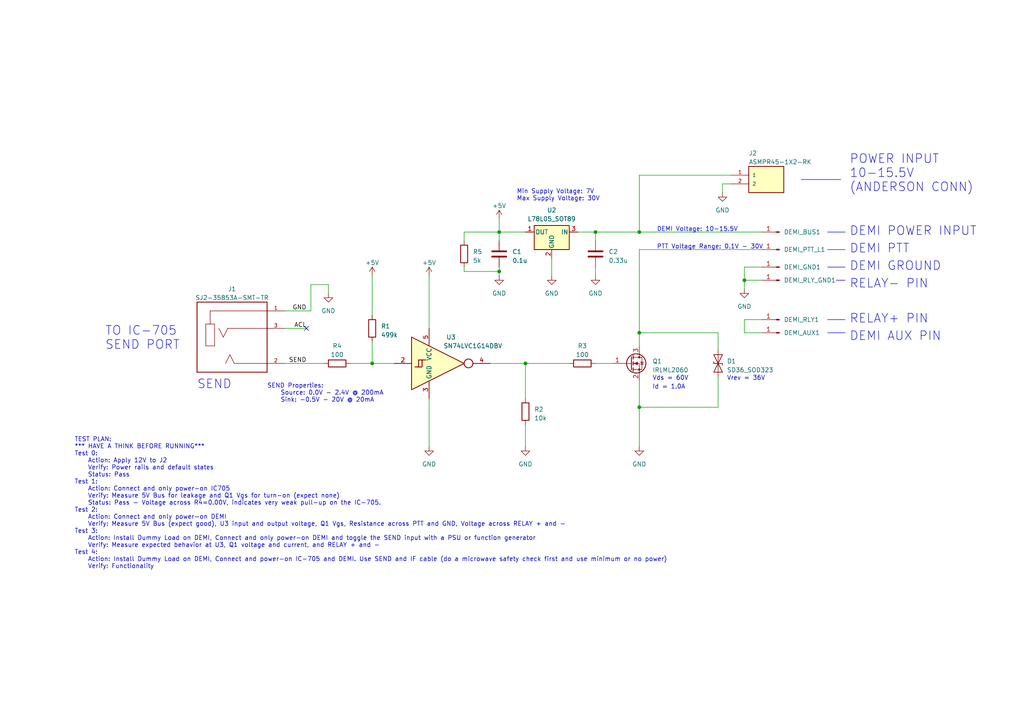
<source format=kicad_sch>
(kicad_sch (version 20230121) (generator eeschema)
  (paper "A4")
  (lib_symbols
    (symbol "74xGxx:SN74LVC1G14DBV"
      (property "Reference" "U" (at -5.08 10.16 0))
      (property "Value" "SN74LVC1G14DBV" (at 20.32 10.16 0))
      (symbol "SN74LVC1G14DBV_0_1"
        (polyline (pts (xy -2.032 1.016) (xy -1.016 1.016)) (stroke (width 0.254)) (fill (type background)))
        (polyline (pts (xy -5.08 7.62) (xy -5.08 -7.62) (xy 10.16 0) (xy -5.08 7.62)) (stroke (width 0.254)) (fill (type background)))
        (polyline (pts (xy -3.048 -1.016) (xy -3.048 1.016) (xy -2.032 1.016) (xy -2.032 -1.016) (xy -4.064 -1.016)) (stroke (width 0.254)) (fill (type background)))
        (circle (center 11.43 0) (radius 1.27) (stroke (width 0.254)))
      )
      (symbol "SN74LVC1G14DBV_1_1"
        (pin no_connect line (at 10.16 0 180) (length 5.08) hide (name "NC") (number "1"))
        (pin input line (at -10.16 0 0) (length 5.08) (name "~") (number "2"))
        (pin power_in line (at 0 -10.16 90) (length 5.08) (name "GND") (number "3"))
        (pin output line (at 17.78 0 180) (length 5.08) (name "~") (number "4"))
        (pin power_in line (at 0 10.16 270) (length 5.08) (name "VCC") (number "5"))
      )
    )
    (symbol "Anderson:ASMPR45-1X2-RK" (pin_names (offset 1.016))
      (property "Reference" "J" (at -5.08 3.302 0))
      (property "Value" "ASMPR45-1X2-RK" (at -5.08 -7.62 0))
      (symbol "ASMPR45-1X2-RK_0_0"
        (rectangle (start -5.08 -5.08) (end 5.08 2.54) (stroke (width 0.254)) (fill (type background)))
        (pin passive line (at -10.16 0 0) (length 5.08) (name "1") (number "1"))
        (pin passive line (at -10.16 -2.54 0) (length 5.08) (name "2") (number "2"))
      )
    )
    (symbol "Audio Conn:SJ2-35853A-SMT-TR" (pin_names (offset 1.016) hide)
      (property "Reference" "J" (at -10.16 10.16 0))
      (property "Value" "SJ2-35853A-SMT-TR" (at -10.16 -12.7 0))
      (symbol "SJ2-35853A-SMT-TR_0_0"
        (polyline (pts (xy -10.16 -10.16) (xy -10.16 10.16)) (stroke (width 0.254)))
        (polyline (pts (xy -10.16 10.16) (xy 10.16 10.16)) (stroke (width 0.254)))
        (polyline (pts (xy -7.62 -2.54) (xy -5.08 -2.54)) (stroke (width 0.1524)))
        (polyline (pts (xy -7.62 3.81) (xy -7.62 -2.54)) (stroke (width 0.1524)))
        (polyline (pts (xy -6.35 3.81) (xy -7.62 3.81)) (stroke (width 0.1524)))
        (polyline (pts (xy -6.35 7.62) (xy -6.35 3.81)) (stroke (width 0.1524)))
        (polyline (pts (xy -5.08 -2.54) (xy -5.08 3.81)) (stroke (width 0.1524)))
        (polyline (pts (xy -5.08 3.81) (xy -6.35 3.81)) (stroke (width 0.1524)))
        (polyline (pts (xy -2.54 0) (xy -3.81 2.54)) (stroke (width 0.1524)))
        (polyline (pts (xy -1.27 2.54) (xy -2.54 0)) (stroke (width 0.1524)))
        (polyline (pts (xy -0.635 -5.08) (xy -1.905 -7.62)) (stroke (width 0.1524)))
        (polyline (pts (xy 0.635 -7.62) (xy -0.635 -5.08)) (stroke (width 0.1524)))
        (polyline (pts (xy 10.16 -10.16) (xy -10.16 -10.16)) (stroke (width 0.254)))
        (polyline (pts (xy 10.16 -7.62) (xy 0.635 -7.62)) (stroke (width 0.1524)))
        (polyline (pts (xy 10.16 -7.62) (xy 10.16 -10.16)) (stroke (width 0.254)))
        (polyline (pts (xy 10.16 2.54) (xy -1.27 2.54)) (stroke (width 0.1524)))
        (polyline (pts (xy 10.16 2.54) (xy 10.16 -7.62)) (stroke (width 0.254)))
        (polyline (pts (xy 10.16 7.62) (xy -6.35 7.62)) (stroke (width 0.1524)))
        (polyline (pts (xy 10.16 7.62) (xy 10.16 2.54)) (stroke (width 0.254)))
        (polyline (pts (xy 10.16 10.16) (xy 10.16 7.62)) (stroke (width 0.254)))
        (pin passive line (at 15.24 7.62 180) (length 5.08) (name "~") (number "1"))
        (pin passive line (at 15.24 -7.62 180) (length 5.08) (name "~") (number "2"))
        (pin passive line (at 15.24 2.54 180) (length 5.08) (name "~") (number "3"))
      )
    )
    (symbol "Connector:Conn_01x01_Pin" (pin_names (offset 1.016) hide)
      (property "Reference" "J" (at 0 2.54 0))
      (property "Value" "Conn_01x01_Pin" (at 0 -2.54 0))
      (symbol "Conn_01x01_Pin_1_1"
        (polyline (pts (xy 1.27 0) (xy 0.8636 0)) (stroke (width 0.1524)))
        (rectangle (start 0.8636 0.127) (end 0 -0.127) (stroke (width 0.1524)) (fill (type outline)))
        (pin passive line (at 5.08 0 180) (length 3.81) (name "Pin_1") (number "1"))
      )
    )
    (symbol "Device:C" (pin_numbers hide) (pin_names (offset 0.254))
      (property "Reference" "C" (at 0.635 2.54 0))
      (property "Value" "C" (at 0.635 -2.54 0))
      (symbol "C_0_1"
        (polyline (pts (xy -2.032 -0.762) (xy 2.032 -0.762)) (stroke (width 0.508)))
        (polyline (pts (xy -2.032 0.762) (xy 2.032 0.762)) (stroke (width 0.508)))
      )
      (symbol "C_1_1"
        (pin passive line (at 0 3.81 270) (length 2.794) (name "~") (number "1"))
        (pin passive line (at 0 -3.81 90) (length 2.794) (name "~") (number "2"))
      )
    )
    (symbol "Device:R" (pin_numbers hide) (pin_names (offset 0))
      (property "Reference" "R" (at 2.032 0 90))
      (property "Value" "R" (at 0 0 90))
      (symbol "R_0_1"
        (rectangle (start -1.016 -2.54) (end 1.016 2.54) (stroke (width 0.254)))
      )
      (symbol "R_1_1"
        (pin passive line (at 0 3.81 270) (length 1.27) (name "~") (number "1"))
        (pin passive line (at 0 -3.81 90) (length 1.27) (name "~") (number "2"))
      )
    )
    (symbol "Diode:SD36_SOD323" (pin_numbers hide) (pin_names (offset 1.016) hide)
      (property "Reference" "D" (at 0 2.54 0))
      (property "Value" "SD36_SOD323" (at 0 -2.54 0))
      (symbol "SD36_SOD323_0_1"
        (polyline (pts (xy 1.27 0) (xy -1.27 0)))
        (polyline (pts (xy -2.54 -1.27) (xy 0 0) (xy -2.54 1.27) (xy -2.54 -1.27)) (stroke (width 0.2032)))
        (polyline (pts (xy 0.508 1.27) (xy 0 1.27) (xy 0 -1.27) (xy -0.508 -1.27)) (stroke (width 0.2032)))
        (polyline (pts (xy 2.54 1.27) (xy 2.54 -1.27) (xy 0 0) (xy 2.54 1.27)) (stroke (width 0.2032)))
      )
      (symbol "SD36_SOD323_1_1"
        (pin passive line (at -3.81 0 0) (length 2.54) (name "A1") (number "1"))
        (pin passive line (at 3.81 0 180) (length 2.54) (name "A2") (number "2"))
      )
    )
    (symbol "Regulator_Linear:L78L05_SOT89" (pin_names (offset 0.254))
      (property "Reference" "U" (at -3.81 3.175 0))
      (property "Value" "L78L05_SOT89" (at -0.635 3.175 0))
      (symbol "L78L05_SOT89_0_1"
        (rectangle (start -5.08 1.905) (end 5.08 -5.08) (stroke (width 0.254)) (fill (type background)))
      )
      (symbol "L78L05_SOT89_1_1"
        (pin power_out line (at 7.62 0 180) (length 2.54) (name "OUT") (number "1"))
        (pin power_in line (at 0 -7.62 90) (length 2.54) (name "GND") (number "2"))
        (pin power_in line (at -7.62 0 0) (length 2.54) (name "IN") (number "3"))
      )
    )
    (symbol "Transistor_FET:IRLML2060" (pin_names hide)
      (property "Reference" "Q" (at 5.08 1.905 0))
      (property "Value" "IRLML2060" (at 5.08 0 0))
      (symbol "IRLML2060_0_1"
        (polyline (pts (xy 0.254 0) (xy -2.54 0)))
        (polyline (pts (xy 0.254 1.905) (xy 0.254 -1.905)) (stroke (width 0.254)))
        (polyline (pts (xy 0.762 -1.27) (xy 0.762 -2.286)) (stroke (width 0.254)))
        (polyline (pts (xy 0.762 0.508) (xy 0.762 -0.508)) (stroke (width 0.254)))
        (polyline (pts (xy 0.762 2.286) (xy 0.762 1.27)) (stroke (width 0.254)))
        (polyline (pts (xy 2.54 2.54) (xy 2.54 1.778)))
        (polyline (pts (xy 2.54 -2.54) (xy 2.54 0) (xy 0.762 0)))
        (polyline (pts (xy 0.762 -1.778) (xy 3.302 -1.778) (xy 3.302 1.778) (xy 0.762 1.778)))
        (polyline (pts (xy 1.016 0) (xy 2.032 0.381) (xy 2.032 -0.381) (xy 1.016 0)) (fill (type outline)))
        (polyline (pts (xy 2.794 0.508) (xy 2.921 0.381) (xy 3.683 0.381) (xy 3.81 0.254)))
        (polyline (pts (xy 3.302 0.381) (xy 2.921 -0.254) (xy 3.683 -0.254) (xy 3.302 0.381)))
        (circle (center 1.651 0) (radius 2.794) (stroke (width 0.254)))
        (circle (center 2.54 -1.778) (radius 0.254) (fill (type outline)))
        (circle (center 2.54 1.778) (radius 0.254) (fill (type outline)))
      )
      (symbol "IRLML2060_1_1"
        (pin input line (at -5.08 0 0) (length 2.54) (name "G") (number "1"))
        (pin passive line (at 2.54 -5.08 90) (length 2.54) (name "S") (number "2"))
        (pin passive line (at 2.54 5.08 270) (length 2.54) (name "D") (number "3"))
      )
    )
    (symbol "power:+5V" (power) (pin_names (offset 0))
      (property "Value" "+5V" (at 0 3.556 0))
      (symbol "+5V_0_1"
        (polyline (pts (xy -0.762 1.27) (xy 0 2.54)))
        (polyline (pts (xy 0 0) (xy 0 2.54)))
        (polyline (pts (xy 0 2.54) (xy 0.762 1.27)))
      )
      (symbol "+5V_1_1"
        (pin power_in line (at 0 0 90) (length 0) hide (name "+5V") (number "1"))
      )
    )
    (symbol "power:GND" (power) (pin_names (offset 0))
      (property "Value" "GND" (at 0 -3.81 0))
      (symbol "GND_0_1"
        (polyline (pts (xy 0 0) (xy 0 -1.27) (xy 1.27 -1.27) (xy 0 -2.54) (xy -1.27 -1.27) (xy 0 -1.27)))
      )
      (symbol "GND_1_1"
        (pin power_in line (at 0 0 270) (length 0) hide (name "GND") (number "1"))
      )
    )
  )
  (junction (at 172.72 67.31))
  (junction (at 144.78 78.74))
  (junction (at 152.4 105.41))
  (junction (at 185.42 67.31))
  (junction (at 185.42 96.52))
  (junction (at 185.42 118.11))
  (junction (at 144.78 67.31))
  (junction (at 107.95 105.41))
  (junction (at 215.9 81.28))
  (no_connect (at 88.9 95.25))
  (wire (pts (xy 142.24 105.41) (xy 152.4 105.41)))
  (wire (pts (xy 124.46 80.01) (xy 124.46 95.25)))
  (wire (pts (xy 208.28 109.22) (xy 208.28 118.11)))
  (wire (pts (xy 185.42 100.33) (xy 185.42 96.52)))
  (wire (pts (xy 208.28 96.52) (xy 185.42 96.52)))
  (wire (pts (xy 185.42 118.11) (xy 185.42 129.54)))
  (wire (pts (xy 185.42 118.11) (xy 185.42 110.49)))
  (wire (pts (xy 212.09 53.34) (xy 209.55 53.34)))
  (wire (pts (xy 160.02 74.93) (xy 160.02 80.01)))
  (wire (pts (xy 185.42 96.52) (xy 185.42 72.39)))
  (wire (pts (xy 144.78 78.74) (xy 144.78 80.01)))
  (wire (pts (xy 215.9 81.28) (xy 215.9 83.82)))
  (wire (pts (xy 172.72 67.31) (xy 185.42 67.31)))
  (wire (pts (xy 124.46 115.57) (xy 124.46 129.54)))
  (wire (pts (xy 134.62 77.47) (xy 134.62 78.74)))
  (wire (pts (xy 144.78 63.5) (xy 144.78 67.31)))
  (wire (pts (xy 134.62 67.31) (xy 134.62 69.85)))
  (wire (pts (xy 107.95 80.01) (xy 107.95 91.44)))
  (wire (pts (xy 215.9 96.52) (xy 220.98 96.52)))
  (wire (pts (xy 220.98 77.47) (xy 215.9 77.47)))
  (wire (pts (xy 215.9 77.47) (xy 215.9 81.28)))
  (wire (pts (xy 172.72 67.31) (xy 172.72 69.85)))
  (wire (pts (xy 82.55 90.17) (xy 90.17 90.17)))
  (wire (pts (xy 172.72 77.47) (xy 172.72 80.01)))
  (wire (pts (xy 185.42 50.8) (xy 212.09 50.8)))
  (polyline (pts (xy 240.03 96.52) (xy 245.11 96.52)))
  (wire (pts (xy 208.28 101.6) (xy 208.28 96.52)))
  (wire (pts (xy 90.17 82.55) (xy 90.17 90.17)))
  (wire (pts (xy 101.6 105.41) (xy 107.95 105.41)))
  (polyline (pts (xy 240.03 77.47) (xy 245.11 77.47)))
  (polyline (pts (xy 240.03 72.39) (xy 245.11 72.39)))
  (polyline (pts (xy 240.03 67.31) (xy 245.11 67.31)))
  (polyline (pts (xy 240.03 92.71) (xy 245.11 92.71)))
  (wire (pts (xy 220.98 92.71) (xy 215.9 92.71)))
  (wire (pts (xy 215.9 92.71) (xy 215.9 96.52)))
  (wire (pts (xy 82.55 105.41) (xy 93.98 105.41)))
  (wire (pts (xy 208.28 118.11) (xy 185.42 118.11)))
  (wire (pts (xy 144.78 67.31) (xy 152.4 67.31)))
  (wire (pts (xy 185.42 67.31) (xy 220.98 67.31)))
  (wire (pts (xy 152.4 123.19) (xy 152.4 129.54)))
  (wire (pts (xy 167.64 67.31) (xy 172.72 67.31)))
  (wire (pts (xy 82.55 95.25) (xy 88.9 95.25)))
  (wire (pts (xy 95.25 82.55) (xy 90.17 82.55)))
  (polyline (pts (xy 242.57 81.28) (xy 245.11 81.28)))
  (wire (pts (xy 185.42 67.31) (xy 185.42 50.8)))
  (wire (pts (xy 134.62 78.74) (xy 144.78 78.74)))
  (wire (pts (xy 152.4 105.41) (xy 165.1 105.41)))
  (wire (pts (xy 215.9 81.28) (xy 220.98 81.28)))
  (polyline (pts (xy 232.41 52.07) (xy 243.84 52.07)))
  (wire (pts (xy 144.78 67.31) (xy 134.62 67.31)))
  (wire (pts (xy 107.95 99.06) (xy 107.95 105.41)))
  (wire (pts (xy 185.42 72.39) (xy 220.98 72.39)))
  (wire (pts (xy 144.78 67.31) (xy 144.78 69.85)))
  (wire (pts (xy 144.78 77.47) (xy 144.78 78.74)))
  (wire (pts (xy 107.95 105.41) (xy 114.3 105.41)))
  (wire (pts (xy 95.25 85.09) (xy 95.25 82.55)))
  (wire (pts (xy 172.72 105.41) (xy 177.8 105.41)))
  (wire (pts (xy 209.55 53.34) (xy 209.55 55.88)))
  (wire (pts (xy 152.4 105.41) (xy 152.4 115.57)))
  (text "PTT Voltage Range: 0.1V - 30V" (at 190.5 72.39 0) (effects (font (size 1.27 1.27)) (justify left bottom)))
  (text "DEMI PTT" (at 246.38 73.66 0) (effects (font (size 2.54 2.54)) (justify left bottom)))
  (text "DEMI GROUND" (at 246.38 78.74 0) (effects (font (size 2.54 2.54)) (justify left bottom)))
  (text "RELAY- PIN" (at 246.38 83.82 0) (effects (font (size 2.54 2.54)) (justify left bottom)))
  (text "DEMI AUX PIN" (at 246.38 99.06 0) (effects (font (size 2.54 2.54)) (justify left bottom)))
  (text "SEND" (at 57.15 113.03 0) (effects (font (size 2.54 2.54)) (justify left bottom)))
  (text "TO IC-705\nSEND PORT" (at 30.48 101.6 0) (effects (font (size 2.54 2.54)) (justify left bottom)))
  (text "RELAY+ PIN" (at 246.38 93.98 0) (effects (font (size 2.54 2.54)) (justify left bottom)))
  (text "TEST PLAN:\n*** HAVE A THINK BEFORE RUNNING***\nTest 0:\n    Action: Apply 12V to J2\n    Verify: Power rails and default states\n    Status: Pass\nTest 1:\n    Action: Connect and only power-on IC705\n    Verify: Measure 5V Bus for leakage and Q1 Vgs for turn-on (expect none)\n    Status: Pass - Voltage across R4=0.00V, indicates very weak pull-up on the IC-705.\nTest 2:\n    Action: Connect and only power-on DEMI\n    Verify: Measure 5V Bus (expect good), U3 input and output voltage, Q1 Vgs, Resistance across PTT and GND, Voltage across RELAY + and -\nTest 3:\n    Action: Install Dummy Load on DEMI, Connect and only power-on DEMI and toggle the SEND input with a PSU or function generator\n    Verify: Measure expected behavior at U3, Q1 voltage and current, and RELAY + and -\nTest 4:\n    Action: Install Dummy Load on DEMI, Connect and power-on IC-705 and DEMI. Use SEND and IF cable (do a microwave safety check first and use minimum or no power)\n    Verify: Functionality" (at 21.59 165.1 0) (effects (font (size 1.27 1.27)) (justify left bottom)))
  (text "DEMI Voltage: 10-15.5V" (at 190.5 67.31 0) (effects (font (size 1.27 1.27)) (justify left bottom)))
  (text "Id = 1.0A" (at 189.23 113.03 0) (effects (font (size 1.27 1.27)) (justify left bottom)))
  (text "DEMI POWER INPUT" (at 246.38 68.58 0) (effects (font (size 2.54 2.54)) (justify left bottom)))
  (text "POWER INPUT\n10-15.5V\n(ANDERSON CONN)" (at 246.38 55.88 0) (effects (font (size 2.54 2.54)) (justify left bottom)))
  (text "SEND Properties:\n    Source: 0.0V - 2.4V @ 200mA\n    Sink: -0.5V - 20V @ 20mA" (at 77.47 116.84 0) (effects (font (size 1.27 1.27)) (justify left bottom)))
  (text "Vrev = 36V" (at 210.82 110.49 0) (effects (font (size 1.27 1.27)) (justify left bottom)))
  (text "Min Supply Voltage: 7V\nMax Supply Voltage: 30V" (at 149.86 58.42 0) (effects (font (size 1.27 1.27)) (justify left bottom)))
  (text "Vds = 60V" (at 189.23 110.49 0) (effects (font (size 1.27 1.27)) (justify left bottom)))
  (label "ACL" (at 88.9 95.25 180))
  (label "GND" (at 88.9 90.17 180))
  (label "SEND" (at 88.9 105.41 180))
  (symbol (lib_id "power:GND") (at 160.02 80.01 0) (unit 1)
    (property "Reference" "#PWR03" (effects hide))
    (property "Value" "GND" (at 160.02 85.09 0))
  )
  (symbol (lib_id "Connector:Conn_01x01_Pin") (at 226.06 67.31 180) (unit 1)
    (property "Reference" "DEMI_BUS1" (at 227.33 67.31 0) (effects (justify right)))
    (property "Value" "Conn_01x01_Pin" (effects hide))
    (property "Footprint" "Connector_Wire:SolderWirePad_1x01_SMD_3x6mm" (effects hide))
  )
  (symbol (lib_id "Device:C") (at 144.78 73.66 0) (unit 1)
    (property "Reference" "C1" (at 148.59 73.025 0) (effects (justify left)))
    (property "Value" "0.1u" (at 148.59 75.565 0) (effects (justify left)))
    (property "Footprint" "Capacitor_SMD:C_0603_1608Metric" (effects hide))
  )
  (symbol (lib_id "power:GND") (at 144.78 80.01 0) (unit 1)
    (property "Reference" "#PWR010" (effects hide))
    (property "Value" "GND" (at 144.78 85.09 0))
  )
  (symbol (lib_id "power:GND") (at 185.42 129.54 0) (unit 1)
    (property "Reference" "#PWR04" (effects hide))
    (property "Value" "GND" (at 185.42 134.62 0))
  )
  (symbol (lib_id "Regulator_Linear:L78L05_SOT89") (at 160.02 67.31 0) (mirror y) (unit 1)
    (property "Reference" "U2" (at 160.02 60.96 0))
    (property "Value" "L78L05_SOT89" (at 160.02 63.5 0))
    (property "Footprint" "Package_TO_SOT_SMD:SOT-89-3" (effects hide))
    (property "Datasheet" "http://www.st.com/content/ccc/resource/technical/document/datasheet/15/55/e5/aa/23/5b/43/fd/CD00000446.pdf/files/CD00000446.pdf/jcr:content/translations/en.CD00000446.pdf" (effects hide))
  )
  (symbol (lib_id "power:GND") (at 209.55 55.88 0) (unit 1)
    (property "Reference" "#PWR012" (effects hide))
    (property "Value" "GND" (at 209.55 60.96 0))
  )
  (symbol (lib_id "Device:R") (at 168.91 105.41 90) (unit 1)
    (property "Reference" "R3" (at 168.91 100.33 90))
    (property "Value" "100" (at 168.91 102.87 90))
    (property "Footprint" "Resistor_SMD:R_0603_1608Metric" (effects hide))
  )
  (symbol (lib_id "Device:R") (at 134.62 73.66 0) (unit 1)
    (property "Reference" "R5" (at 137.16 73.025 0) (effects (justify left)))
    (property "Value" "5k" (at 137.16 75.565 0) (effects (justify left)))
    (property "Footprint" "Resistor_SMD:R_0603_1608Metric" (effects hide))
  )
  (symbol (lib_id "power:GND") (at 95.25 85.09 0) (unit 1)
    (property "Reference" "#PWR01" (effects hide))
    (property "Value" "GND" (at 95.25 90.17 0))
  )
  (symbol (lib_id "power:GND") (at 152.4 129.54 0) (unit 1)
    (property "Reference" "#PWR06" (effects hide))
    (property "Value" "GND" (at 152.4 134.62 0))
  )
  (symbol (lib_id "Connector:Conn_01x01_Pin") (at 226.06 72.39 180) (unit 1)
    (property "Reference" "DEMI_PTT_L1" (at 227.33 72.39 0) (effects (justify right)))
    (property "Value" "Conn_01x01_Pin" (effects hide))
    (property "Footprint" "Connector_Wire:SolderWirePad_1x01_SMD_2.5x5mm" (effects hide))
  )
  (symbol (lib_id "74xGxx:SN74LVC1G14DBV") (at 124.46 105.41 0) (unit 1)
    (property "Reference" "U3" (at 130.81 97.79 0))
    (property "Value" "SN74LVC1G14DBV" (at 137.16 100.33 0))
    (property "Footprint" "Package_TO_SOT_SMD:SOT-23-5" (effects hide))
    (property "Datasheet" "http://www.ti.com/lit/ds/symlink/sn74lvc1g14.pdf" (effects hide))
  )
  (symbol (lib_id "Connector:Conn_01x01_Pin") (at 226.06 96.52 180) (unit 1)
    (property "Reference" "DEMI_AUX1" (at 227.33 96.52 0) (effects (justify right)))
    (property "Value" "Conn_01x01_Pin" (effects hide))
    (property "Footprint" "Connector_Wire:SolderWirePad_1x01_SMD_2.5x5mm" (effects hide))
  )
  (symbol (lib_id "Connector:Conn_01x01_Pin") (at 226.06 92.71 180) (unit 1)
    (property "Reference" "DEMI_RLY1" (at 227.33 92.71 0) (effects (justify right)))
    (property "Value" "Conn_01x01_Pin" (effects hide))
    (property "Footprint" "Connector_Wire:SolderWirePad_1x01_SMD_2.5x5mm" (effects hide))
  )
  (symbol (lib_id "Anderson:ASMPR45-1X2-RK") (at 222.25 50.8 0) (unit 1)
    (property "Reference" "J2" (at 217.17 44.45 0) (effects (justify left)))
    (property "Value" "ASMPR45-1X2-RK" (at 217.17 46.99 0) (effects (justify left)))
    (property "Footprint" "DEMI_Buffer:APP_ASMPR45-1X2-RK" (effects hide))
    (property "MANUFACTURER" "APP" (effects hide))
    (property "MAXIMUM_PACKAGE_HEIGHT" "8.4mm" (effects hide))
    (property "PARTREV" "N/A" (effects hide))
    (property "STANDARD" "Manufacturer Recommendations" (effects hide))
  )
  (symbol (lib_id "power:GND") (at 172.72 80.01 0) (unit 1)
    (property "Reference" "#PWR011" (effects hide))
    (property "Value" "GND" (at 172.72 85.09 0))
  )
  (symbol (lib_id "Device:R") (at 152.4 119.38 0) (unit 1)
    (property "Reference" "R2" (at 154.94 118.745 0) (effects (justify left)))
    (property "Value" "10k" (at 154.94 121.285 0) (effects (justify left)))
    (property "Footprint" "Resistor_SMD:R_0603_1608Metric" (effects hide))
  )
  (symbol (lib_id "Device:R") (at 97.79 105.41 90) (unit 1)
    (property "Reference" "R4" (at 97.79 100.33 90))
    (property "Value" "100" (at 97.79 102.87 90))
    (property "Footprint" "Resistor_SMD:R_0603_1608Metric" (effects hide))
  )
  (symbol (lib_id "power:GND") (at 124.46 129.54 0) (unit 1)
    (property "Reference" "#PWR05" (effects hide))
    (property "Value" "GND" (at 124.46 134.62 0))
  )
  (symbol (lib_id "power:+5V") (at 107.95 80.01 0) (unit 1)
    (property "Reference" "#PWR09" (effects hide))
    (property "Value" "+5V" (at 107.95 76.2 0))
  )
  (symbol (lib_id "Device:C") (at 172.72 73.66 0) (unit 1)
    (property "Reference" "C2" (at 176.53 73.025 0) (effects (justify left)))
    (property "Value" "0.33u" (at 176.53 75.565 0) (effects (justify left)))
    (property "Footprint" "Capacitor_SMD:C_0603_1608Metric" (effects hide))
  )
  (symbol (lib_id "power:+5V") (at 144.78 63.5 0) (unit 1)
    (property "Reference" "#PWR07" (effects hide))
    (property "Value" "+5V" (at 144.78 59.69 0))
  )
  (symbol (lib_id "Connector:Conn_01x01_Pin") (at 226.06 81.28 180) (unit 1)
    (property "Reference" "DEMI_RLY_GND1" (at 227.33 81.28 0) (effects (justify right)))
    (property "Value" "Conn_01x01_Pin" (effects hide))
    (property "Footprint" "Connector_Wire:SolderWirePad_1x01_SMD_2.5x5mm" (effects hide))
  )
  (symbol (lib_id "power:+5V") (at 124.46 80.01 0) (unit 1)
    (property "Reference" "#PWR08" (effects hide))
    (property "Value" "+5V" (at 124.46 76.2 0))
  )
  (symbol (lib_id "power:GND") (at 215.9 83.82 0) (unit 1)
    (property "Reference" "#PWR02" (effects hide))
    (property "Value" "GND" (at 215.9 88.9 0))
  )
  (symbol (lib_id "Connector:Conn_01x01_Pin") (at 226.06 77.47 180) (unit 1)
    (property "Reference" "DEMI_GND1" (at 227.33 77.47 0) (effects (justify right)))
    (property "Value" "Conn_01x01_Pin" (effects hide))
    (property "Footprint" "Connector_Wire:SolderWirePad_1x01_SMD_3x6mm" (effects hide))
  )
  (symbol (lib_id "Diode:SD36_SOD323") (at 208.28 105.41 90) (unit 1)
    (property "Reference" "D1" (at 210.82 104.775 90) (effects (justify right)))
    (property "Value" "SD36_SOD323" (at 210.82 107.315 90) (effects (justify right)))
    (property "Footprint" "Diode_SMD:D_SOD-323" (effects hide))
    (property "Datasheet" "https://www.littelfuse.com/~/media/electronics/datasheets/tvs_diode_arrays/littelfuse_tvs_diode_array_sd_c_datasheet.pdf.pdf" (effects hide))
  )
  (symbol (lib_id "Device:R") (at 107.95 95.25 0) (unit 1)
    (property "Reference" "R1" (at 110.49 94.615 0) (effects (justify left)))
    (property "Value" "499k" (at 110.49 97.155 0) (effects (justify left)))
    (property "Footprint" "Resistor_SMD:R_0603_1608Metric" (effects hide))
  )
  (symbol (lib_id "Transistor_FET:IRLML2060") (at 182.88 105.41 0) (unit 1)
    (property "Reference" "Q1" (at 189.23 104.775 0) (effects (justify left)))
    (property "Value" "IRLML2060" (at 189.23 107.315 0) (effects (justify left)))
    (property "Footprint" "Package_TO_SOT_SMD:SOT-23" (effects hide))
    (property "Datasheet" "https://www.infineon.com/dgdl/irlml2060pbf.pdf?fileId=5546d462533600a401535664b7fb25ee" (effects hide))
  )
  (symbol (lib_id "Audio Conn:SJ2-35853A-SMT-TR") (at 67.31 97.79 0) (unit 1)
    (property "Reference" "J1" (at 67.31 83.82 0))
    (property "Value" "SJ2-35853A-SMT-TR" (at 67.31 86.36 0))
    (property "Footprint" "DEMI_Buffer:CUI_SJ2-35853A-SMT-TR" (effects hide))
    (property "MANUFACTURER" "CUI" (effects hide))
    (property "MPN" "SJ2-35853A-SMT-TR" (effects hide))
    (property "PART_REV" "1.01" (effects hide))
    (property "STANDARD" "Manufacturer recommendation" (effects hide))
  )
)
</source>
